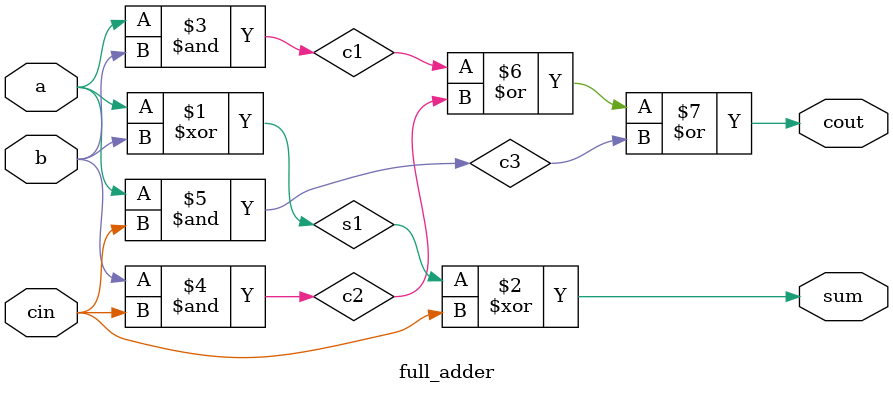
<source format=v>
module full_adder(a,b,cin,sum,cout);
input a,b,cin;
output sum,cout;
wire s1,c1,c2,c3;
xor t1(s1,a,b);
xor t2(sum,s1,cin);
and t3(c1,a,b);
and t4(c2,b,cin);
and t5(c3,a,cin);
or t6(cout,c1,c2,c3);
endmodule
</source>
